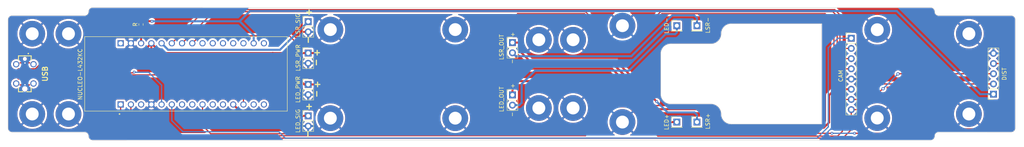
<source format=kicad_pcb>
(kicad_pcb (version 20221018) (generator pcbnew)
  (layers (0 "F.Cu" signal) (31 "B.Cu" power) (34 "B.Paste" user) (35 "F.Paste" user) (36 "B.SilkS" user "B.Silkscreen") (37 "F.SilkS" user "F.Silkscreen") (38 "B.Mask" user) (39 "F.Mask" user) (44 "Edge.Cuts" user))
  (net 0 "")
  (net 1 "Net-(U1B-NRST_CN4)")
  (net 2 "3V3")
  (net 3 "CS")
  (net 4 "MOSI")
  (net 5 "MISO")
  (net 6 "SCK")
  (net 7 "GND")
  (net 8 "+5V")
  (net 9 "SDA")
  (net 10 "SCL")
  (net 11 "DIST_INT")
  (net 12 "Net-(Laser+1-Pin_1)")
  (net 13 "Net-(Laser-1-Pin_1)")
  (net 14 "VSET_LASER")
  (net 15 "Net-(LED+1-Pin_1)")
  (net 16 "Net-(LED-1-Pin_1)")
  (net 17 "VSET_LED")
  (net 20 "D-")
  (net 25 "D+")
  (footprint "Connector_PinHeader_2.54mm:PinHeader_1x02_P2.54mm_Vertical" (layer "F.Cu") (at 96.5 89.315)
    (fp_text reference "LSR_PWR" (at -2.5 1.2 90) (layer "F.SilkS"))
    (fp_text value "Conn_01x02" hide)
    (fp_line (start -1.33 -1.33) (end 0 -1.33) (stroke (width 0.12)) (layer "F.SilkS"))
    (fp_line (start -1.33 0) (end -1.33 -1.33) (stroke (width 0.12)) (layer "F.SilkS"))
    (fp_line (start -1.33 1.27) (end -1.33 3.87) (stroke (width 0.12)) (layer "F.SilkS"))
    (fp_line (start -1.33 1.27) (end 1.33 1.27) (stroke (width 0.12)) (layer "F.SilkS"))
    (fp_line (start -1.33 3.87) (end 1.33 3.87) (stroke (width 0.12)) (layer "F.SilkS"))
    (fp_line (start 1.33 1.27) (end 1.33 3.87) (stroke (width 0.12)) (layer "F.SilkS"))
    (pad "1" thru_hole rect (at 0 0) (size 1.7 1.7) (drill 1) (layers "*.Cu" "*.Mask") (net 8 "+5V"))
    (pad "2" thru_hole oval (at 0 2.54) (size 1.7 1.7) (drill 1) (layers "*.Cu" "*.Mask") (net 7 "GND"))
  )
  (footprint "Connector_PinHeader_2.54mm:PinHeader_1x02_P2.54mm_Vertical" (layer "F.Cu") (at 96.5 97.135)
    (fp_text reference "LED_PWR" (at -2.54 1.27 90) (layer "F.SilkS"))
    (fp_text value "Conn_01x02" hide)
    (fp_line (start -1.33 -1.33) (end 0 -1.33) (stroke (width 0.12)) (layer "F.SilkS"))
    (fp_line (start -1.33 0) (end -1.33 -1.33) (stroke (width 0.12)) (layer "F.SilkS"))
    (fp_line (start -1.33 1.27) (end -1.33 3.87) (stroke (width 0.12)) (layer "F.SilkS"))
    (fp_line (start -1.33 1.27) (end 1.33 1.27) (stroke (width 0.12)) (layer "F.SilkS"))
    (fp_line (start -1.33 3.87) (end 1.33 3.87) (stroke (width 0.12)) (layer "F.SilkS"))
    (fp_line (start 1.33 1.27) (end 1.33 3.87) (stroke (width 0.12)) (layer "F.SilkS"))
    (pad "1" thru_hole rect (at 0 0) (size 1.7 1.7) (drill 1) (layers "*.Cu" "*.Mask") (net 8 "+5V"))
    (pad "2" thru_hole oval (at 0 2.54) (size 1.7 1.7) (drill 1) (layers "*.Cu" "*.Mask") (net 7 "GND"))
  )
  (footprint "MountingHole:MountingHole_3.2mm_M3_Pad" (layer "F.Cu") (at 237.75 83.5)
    (fp_text reference "H19" hide)
    (fp_text value "MountingHole_Pad" hide)
    (pad "1" thru_hole circle (at 0 0) (size 6.4 6.4) (drill 3.2) (layers "*.Cu" "*.Mask") (net 7 "GND"))
  )
  (footprint "MountingHole:MountingHole_3.2mm_M3_Pad" (layer "F.Cu") (at 37 84.5)
    (fp_text reference "H4" hide)
    (fp_text value "MountingHole_Pad" hide)
    (pad "1" thru_hole circle (at 0 0) (size 6.4 6.4) (drill 3.2) (layers "*.Cu" "*.Mask") (net 7 "GND"))
  )
  (footprint "Connector_PinHeader_2.54mm:PinHeader_1x02_P2.54mm_Vertical" (layer "F.Cu") (at 147.2 99.741666)
    (fp_text reference "LED_OUT" (at -2.7 1.075 90) (layer "F.SilkS"))
    (fp_text value "Conn_01x02" hide)
    (fp_line (start -1.33 -1.33) (end 0 -1.33) (stroke (width 0.12)) (layer "F.SilkS"))
    (fp_line (start -1.33 0) (end -1.33 -1.33) (stroke (width 0.12)) (layer "F.SilkS"))
    (fp_line (start -1.33 1.27) (end -1.33 3.87) (stroke (width 0.12)) (layer "F.SilkS"))
    (fp_line (start -1.33 1.27) (end 1.33 1.27) (stroke (width 0.12)) (layer "F.SilkS"))
    (fp_line (start -1.33 3.87) (end 1.33 3.87) (stroke (width 0.12)) (layer "F.SilkS"))
    (fp_line (start 1.33 1.27) (end 1.33 3.87) (stroke (width 0.12)) (layer "F.SilkS"))
    (pad "1" thru_hole rect (at 0 0) (size 1.7 1.7) (drill 1) (layers "*.Cu" "*.Mask") (net 15 "Net-(LED+1-Pin_1)"))
    (pad "2" thru_hole oval (at 0 2.54) (size 1.7 1.7) (drill 1) (layers "*.Cu" "*.Mask") (net 16 "Net-(LED-1-Pin_1)"))
  )
  (footprint "MountingHole:MountingHole_3.2mm_M3_Pad" (layer "F.Cu") (at 37 104.5)
    (fp_text reference "H3" hide)
    (fp_text value "MountingHole_Pad" hide)
    (pad "1" thru_hole circle (at 0 0) (size 6.4 6.4) (drill 3.2) (layers "*.Cu" "*.Mask") (net 7 "GND"))
  )
  (footprint "KiCad:2171820001" (layer "F.Cu") (at 26.165 94.5 -90)
    (fp_text reference "USB" (at 0 -5.035 90) (layer "F.SilkS") (effects (font (size 1.27 1.27) (thickness 0.254))))
    (fp_text value "USB_C_Receptacle_USB2.0" hide)
    (fp_line (start -5.1 -0.865) (end -5.1 -0.865) (stroke (width 0.2)) (layer "F.SilkS"))
    (fp_line (start -5.1 -0.865) (end -5.1 -0.865) (stroke (width 0.2)) (layer "F.SilkS"))
    (fp_line (start -5 -0.865) (end -5 -0.865) (stroke (width 0.2)) (layer "F.SilkS"))
    (fp_line (start -4.47 -1.58) (end -4.47 -1.58) (stroke (width 0.2)) (layer "F.SilkS"))
    (fp_line (start -4.47 -1.58) (end -4.47 -1.58) (stroke (width 0.2)) (layer "F.SilkS"))
    (fp_line (start -4.47 -1.58) (end -4.47 1.58) (stroke (width 0.2)) (layer "F.SilkS"))
    (fp_line (start -4.47 -1.58) (end -3.5 -1.58) (stroke (width 0.2)) (layer "F.SilkS"))
    (fp_line (start -4.47 1.58) (end -4.47 -1.58) (stroke (width 0.2)) (layer "F.SilkS"))
    (fp_line (start -4.47 1.58) (end -4.47 1.58) (stroke (width 0.2)) (layer "F.SilkS"))
    (fp_line (start -4.47 1.58) (end -4.47 1.58) (stroke (width 0.2)) (layer "F.SilkS"))
    (fp_line (start -4.47 1.58) (end -3.5 1.58) (stroke (width 0.2)) (layer "F.SilkS"))
    (fp_line (start -3.5 -1.58) (end -4.47 -1.58) (stroke (width 0.2)) (layer "F.SilkS"))
    (fp_line (start -3.5 -1.58) (end -3.5 -1.58) (stroke (width 0.2)) (layer "F.SilkS"))
    (fp_line (start -3.5 1.58) (end -4.47 1.58) (stroke (width 0.2)) (layer "F.SilkS"))
    (fp_line (start -3.5 1.58) (end -3.5 1.58) (stroke (width 0.2)) (layer "F.SilkS"))
    (fp_line (start 3.5 -1.58) (end 3.5 -1.58) (stroke (width 0.2)) (layer "F.SilkS"))
    (fp_line (start 3.5 -1.58) (end 4.47 -1.58) (stroke (width 0.2)) (layer "F.SilkS"))
    (fp_line (start 3.5 1.58) (end 3.5 1.58) (stroke (width 0.2)) (layer "F.SilkS"))
    (fp_line (start 3.5 1.58) (end 4.47 1.58) (stroke (width 0.2)) (layer "F.SilkS"))
    (fp_line (start 4.47 -1.58) (end 3.5 -1.58) (stroke (width 0.2)) (layer "F.SilkS"))
    (fp_line (start 4.47 -1.58) (end 4.47 -1.58) (stroke (width 0.2)) (layer "F.SilkS"))
    (fp_line (start 4.47 -1.58) (end 4.47 -1.58) (stroke (width 0.2)) (layer "F.SilkS"))
    (fp_line (start 4.47 -1.58) (end 4.47 -0.5) (stroke (width 0.2)) (layer "F.SilkS"))
    (fp_line (start 4.47 -0.5) (end 4.47 -1.58) (stroke (width 0.2)) (layer "F.SilkS"))
    (fp_line (start 4.47 -0.5) (end 4.47 -0.5) (stroke (width 0.2)) (layer "F.SilkS"))
    (fp_line (start 4.47 0.5) (end 4.47 0.5) (stroke (width 0.2)) (layer "F.SilkS"))
    (fp_line (start 4.47 0.5) (end 4.47 1.58) (stroke (width 0.2)) (layer "F.SilkS"))
    (fp_line (start 4.47 1.58) (end 3.5 1.58) (stroke (width 0.2)) (layer "F.SilkS"))
    (fp_line (start 4.47 1.58) (end 4.47 0.5) (stroke (width 0.2)) (layer "F.SilkS"))
    (fp_line (start 4.47 1.58) (end 4.47 1.58) (stroke (width 0.2)) (layer "F.SilkS"))
    (fp_line (start 4.47 1.58) (end 4.47 1.58) (stroke (width 0.2)) (layer "F.SilkS"))
    (fp_arc (start -5.1 -0.865) (mid -5.05 -0.915) (end -5 -0.865) (stroke (width 0.2)) (layer "F.SilkS"))
    (fp_arc (start -5 -0.865) (mid -5.05 -0.815) (end -5.1 -0.865) (stroke (width 0.2)) (layer "F.SilkS"))
    (fp_arc (start -5 -0.865) (mid -5.05 -0.815) (end -5.1 -0.865) (stroke (width 0.2)) (layer "F.SilkS"))
    (pad "" np_thru_hole circle (at -3.75 0 270) (size 0.52 0.52) (drill 0.52) (layers "*.Cu" "*.Mask"))
    (pad "" np_thru_hole circle (at 3.75 0 270) (size 0.89 0.89) (drill 0.89) (layers "*.Cu" "*.Mask"))
    (pad "A1" smd rect (at -2.75 -0.865 270) (size 0.3 0.87) (layers "F.Cu" "F.Paste" "F.Mask") (net 7 "GND"))
    (pad "A4" smd rect (at -1.25 -0.865 270) (size 0.3 0.87) (layers "F.Cu" "F.Paste" "F.Mask") (net 8 "+5V"))
    (pad "A5" smd rect (at -0.75 -0.865 270) (size 0.3 0.87) (layers "F.Cu" "F.Paste" "F.Mask"))
    (pad "A6" smd rect (at -0.25 -0.865 270) (size 0.3 0.87) (layers "F.Cu" "F.Paste" "F.Mask") (net 25 "D+"))
    (pad "A7" smd rect (at 0.25 -0.865 270) (size 0.3 0.87) (layers "F.Cu" "F.Paste" "F.Mask") (net 20 "D-"))
    (pad "A8" smd rect (at 0.75 -0.865 270) (size 0.3 0.87) (layers "F.Cu" "F.Paste" "F.Mask"))
    (pad "A9" smd rect (at 1.25 -0.865 270) (size 0.3 0.87) (layers "F.Cu" "F.Paste" "F.Mask") (net 8 "+5V"))
    (pad "A12" smd rect (at 2.75 -0.865 270) (size 0.3 0.87) (layers "F.Cu" "F.Paste" "F.Mask") (net 7 "GND"))
    (pad "B1" smd rect (at 2.75 0.865 270) (size 0.3 0.87) (layers "F.Cu" "F.Paste" "F.Mask") (net 7 "GND"))
    (pad "B4" smd rect (at 1.25 0.865 270) (size 0.3 0.87) (layers "F.Cu" "F.Paste" "F.Mask") (net 8 "+5V"))
    (pad "B5" smd rect (at 0.75 0.865 270) (size 0.3 0.87) (layers "F.Cu" "F.Paste" "F.Mask"))
    (pad "B6" smd rect (at 0.25 0.865 270) (size 0.3 0.87) (layers "F.Cu" "F.Paste" "F.Mask"))
    (pad "B7" smd rect (at -0.25 0.865 270) (size 0.3 0.87) (layers "F.Cu" "F.Paste" "F.Mask"))
    (pad "B8" smd rect (at -0.75 0.865 270) (size 0.3 0.87) (layers "F.Cu" "F.Paste" "F.Mask"))
    (pad "B9" smd rect (at -1.25 0.865 270) (size 0.3 0.87) (layers "F.Cu" "F.Paste" "F.Mask") (net 8 "+5V"))
    (pad "B12" smd rect (at -2.75 0.865 270) (size 0.3 0.87) (layers "F.Cu" "F.Paste" "F.Mask") (net 7 "GND"))
    (pad "MH2" thru_hole circle (at -2.4 2.15 270) (size 1.56 1.56) (drill 1.04) (layers "*.Cu" "*.Mask"))
    (pad "MH3" thru_hole circle (at 2.4 2.15 270) (size 1.56 1.56) (drill 1.04) (layers "*.Cu" "*.Mask"))
    (pad "MH5" thru_hole circle (at 2.4 -2.15 270) (size 1.56 1.56) (drill 1.04) (layers "*.Cu" "*.Mask"))
    (pad "MH6" thru_hole circle (at -2.4 -2.15 270) (size 1.56 1.56) (drill 1.04) (layers "*.Cu" "*.Mask"))
  )
  (footprint "MountingHole:MountingHole_3.2mm_M3_Pad" (layer "F.Cu") (at 153.75 86)
    (fp_text reference "H10" hide)
    (fp_text value "MountingHole_Pad" hide)
    (pad "1" thru_hole circle (at 0 0) (size 6.4 6.4) (drill 3.2) (layers "*.Cu" "*.Mask") (net 7 "GND"))
  )
  (footprint "MountingHole:MountingHole_3.2mm_M3_Pad" (layer "F.Cu") (at 260.5 84.5)
    (fp_text reference "H18" hide)
    (fp_text value "MountingHole_Pad" hide)
    (pad "1" thru_hole circle (at 0 0) (size 6.4 6.4) (drill 3.2) (layers "*.Cu" "*.Mask") (net 7 "GND"))
  )
  (footprint "Connector_PinHeader_2.54mm:PinHeader_1x01_P2.54mm_Vertical" (layer "F.Cu") (at 193 82.5)
    (fp_text reference "LSR-" (at 2.7 -0.1 90) (layer "F.SilkS"))
    (fp_text value "Conn_01x01" hide)
    (fp_line (start -1.33 -1.33) (end 0 -1.33) (stroke (width 0.12)) (layer "F.SilkS"))
    (fp_line (start -1.33 0) (end -1.33 -1.33) (stroke (width 0.12)) (layer "F.SilkS"))
    (fp_line (start -1.33 1.27) (end -1.33 1.33) (stroke (width 0.12)) (layer "F.SilkS"))
    (fp_line (start -1.33 1.27) (end 1.33 1.27) (stroke (width 0.12)) (layer "F.SilkS"))
    (fp_line (start -1.33 1.33) (end 1.33 1.33) (stroke (width 0.12)) (layer "F.SilkS"))
    (fp_line (start 1.33 1.27) (end 1.33 1.33) (stroke (width 0.12)) (layer "F.SilkS"))
    (pad "1" thru_hole rect (at 0 0) (size 1.7 1.7) (drill 1) (layers "*.Cu" "*.Mask") (net 13 "Net-(Laser-1-Pin_1)"))
  )
  (footprint "MountingHole:MountingHole_3.2mm_M3_Pad" (layer "F.Cu") (at 162.25 86)
    (fp_text reference "H11" hide)
    (fp_text value "MountingHole_Pad" hide)
    (pad "1" thru_hole circle (at 0 0) (size 6.4 6.4) (drill 3.2) (layers "*.Cu" "*.Mask") (net 7 "GND"))
  )
  (footprint "MountingHole:MountingHole_3.2mm_M3_Pad" (layer "F.Cu") (at 133 83.47)
    (fp_text reference "H8" hide)
    (fp_text value "MountingHole_Pad" hide)
    (pad "1" thru_hole circle (at 0 0) (size 6.4 6.4) (drill 3.2) (layers "*.Cu" "*.Mask") (net 7 "GND"))
  )
  (footprint "Connector_PinHeader_2.54mm:PinHeader_1x02_P2.54mm_Vertical" (layer "F.Cu") (at 147.2 86.708333)
    (fp_text reference "LSR_OUT" (at -2.7 1.125 90) (layer "F.SilkS"))
    (fp_text value "Conn_01x02" hide)
    (fp_line (start -1.33 -1.33) (end 0 -1.33) (stroke (width 0.12)) (layer "F.SilkS"))
    (fp_line (start -1.33 0) (end -1.33 -1.33) (stroke (width 0.12)) (layer "F.SilkS"))
    (fp_line (start -1.33 1.27) (end -1.33 3.87) (stroke (width 0.12)) (layer "F.SilkS"))
    (fp_line (start -1.33 1.27) (end 1.33 1.27) (stroke (width 0.12)) (layer "F.SilkS"))
    (fp_line (start -1.33 3.87) (end 1.33 3.87) (stroke (width 0.12)) (layer "F.SilkS"))
    (fp_line (start 1.33 1.27) (end 1.33 3.87) (stroke (width 0.12)) (layer "F.SilkS"))
    (pad "1" thru_hole rect (at 0 0) (size 1.7 1.7) (drill 1) (layers "*.Cu" "*.Mask") (net 12 "Net-(Laser+1-Pin_1)"))
    (pad "2" thru_hole oval (at 0 2.54) (size 1.7 1.7) (drill 1) (layers "*.Cu" "*.Mask") (net 13 "Net-(Laser-1-Pin_1)"))
  )
  (footprint "Connector_PinSocket_2.54mm:PinSocket_1x05_P2.54mm_Vertical" (layer "F.Cu") (at 266.6 99.55 180)
    (fp_text reference "DIST" (at -2.7 5.04 270) (layer "F.SilkS"))
    (fp_text value "Conn_01x05" hide)
    (fp_line (start -1.33 1.27) (end -1.33 11.49) (stroke (width 0.12)) (layer "F.SilkS"))
    (fp_line (start -1.33 1.27) (end 1.33 1.27) (stroke (width 0.12)) (layer "F.SilkS"))
    (fp_line (start -1.33 11.49) (end 1.33 11.49) (stroke (width 0.12)) (layer "F.SilkS"))
    (fp_line (start 0 -1.33) (end 1.33 -1.33) (stroke (width 0.12)) (layer "F.SilkS"))
    (fp_line (start 1.33 -1.33) (end 1.33 0) (stroke (width 0.12)) (layer "F.SilkS"))
    (fp_line (start 1.33 1.27) (end 1.33 11.49) (stroke (width 0.12)) (layer "F.SilkS"))
    (pad "1" thru_hole rect (at 0 0 180) (size 1.7 1.7) (drill 1) (layers "*.Cu" "*.Mask") (net 2 "3V3"))
    (pad "2" thru_hole oval (at 0 2.54 180) (size 1.7 1.7) (drill 1) (layers "*.Cu" "*.Mask") (net 9 "SDA"))
    (pad "3" thru_hole oval (at 0 5.08 180) (size 1.7 1.7) (drill 1) (layers "*.Cu" "*.Mask") (net 10 "SCL"))
    (pad "4" thru_hole oval (at 0 7.62 180) (size 1.7 1.7) (drill 1) (layers "*.Cu" "*.Mask") (net 11 "DIST_INT"))
    (pad "5" thru_hole oval (at 0 10.16 180) (size 1.7 1.7) (drill 1) (layers "*.Cu" "*.Mask") (net 7 "GND"))
  )
  (footprint "Downloads:MODULE_NUCLEO-L432KC" (layer "F.Cu") (at 66.165 94.5 90)
    (fp_text reference "NUCLEO-L432KC" (at -0.1 -26.265 90) (layer "F.SilkS"))
    (fp_text value "NUCLEO-L432KC")
    (fp_line (start -9.27 -25.145) (end 9.27 -25.145) (stroke (width 0.127)) (layer "F.SilkS"))
    (fp_line (start -9.27 25.145) (end -9.27 -25.145) (stroke (width 0.127)) (layer "F.SilkS"))
    (fp_line (start 9.27 -25.145) (end 9.27 25.145) (stroke (width 0.127)) (layer "F.SilkS"))
    (fp_line (start 9.27 25.145) (end -9.27 25.145) (stroke (width 0.127)) (layer "F.SilkS"))
    (fp_circle (center -10 -16.5) (end -9.9 -16.5) (stroke (width 0.2)) (fill none) (layer "F.SilkS"))
    (pad "CN3_1" thru_hole rect (at -7.62 -16.215 90) (size 1.53 1.53) (drill 1.02) (layers "*.Cu" "*.Mask") (net 10 "SCL"))
    (pad "CN3_2" thru_hole circle (at -7.62 -13.675 90) (size 1.53 1.53) (drill 1.02) (layers "*.Cu" "*.Mask") (net 9 "SDA"))
    (pad "CN3_3" thru_hole circle (at -7.62 -11.135 90) (size 1.53 1.53) (drill 1.02) (layers "*.Cu" "*.Mask"))
    (pad "CN3_4" thru_hole circle (at -7.62 -8.595 90) (size 1.53 1.53) (drill 1.02) (layers "*.Cu" "*.Mask") (net 7 "GND"))
    (pad "CN3_5" thru_hole circle (at -7.62 -6.055 90) (size 1.53 1.53) (drill 1.02) (layers "*.Cu" "*.Mask") (net 25 "D+"))
    (pad "CN3_6" thru_hole circle (at -7.62 -3.515 90) (size 1.53 1.53) (drill 1.02) (layers "*.Cu" "*.Mask") (net 3 "CS"))
    (pad "CN3_7" thru_hole circle (at -7.62 -0.975 90) (size 1.53 1.53) (drill 1.02) (layers "*.Cu" "*.Mask"))
    (pad "CN3_8" thru_hole circle (at -7.62 1.565 90) (size 1.53 1.53) (drill 1.02) (layers "*.Cu" "*.Mask"))
    (pad "CN3_9" thru_hole circle (at -7.62 4.105 90) (size 1.53 1.53) (drill 1.02) (layers "*.Cu" "*.Mask") (net 11 "DIST_INT"))
    (pad "CN3_10" thru_hole circle (at -7.62 6.645 90) (size 1.53 1.53) (drill 1.02) (layers "*.Cu" "*.Mask"))
    (pad "CN3_11" thru_hole circle (at -7.62 9.185 90) (size 1.53 1.53) (drill 1.02) (layers "*.Cu" "*.Mask"))
    (pad "CN3_12" thru_hole circle (at -7.62 11.725 90) (size 1.53 1.53) (drill 1.02) (layers "*.Cu" "*.Mask") (net 17 "VSET_LED"))
    (pad "CN3_13" thru_hole circle (at -7.62 14.265 90) (size 1.53 1.53) (drill 1.02) (layers "*.Cu" "*.Mask") (net 20 "D-"))
    (pad "CN3_14" thru_hole circle (at -7.62 16.805 90) (size 1.53 1.53) (drill 1.02) (layers "*.Cu" "*.Mask"))
    (pad "CN3_15" thru_hole circle (at -7.62 19.345 90) (size 1.53 1.53) (drill 1.02) (layers "*.Cu" "*.Mask"))
    (pad "CN4_1" thru_hole rect (at 7.62 -16.215 90) (size 1.53 1.53) (drill 1.02) (layers "*.Cu" "*.Mask"))
    (pad "CN4_2" thru_hole circle (at 7.62 -13.675 90) (size 1.53 1.53) (drill 1.02) (layers "*.Cu" "*.Mask") (net 7 "GND"))
    (pad "CN4_3" thru_hole circle (at 7.62 -11.135 90) (size 1.53 1.53) (drill 1.02) (layers "*.Cu" "*.Mask") (net 1 "Net-(U1B-NRST_CN4)"))
    (pad "CN4_4" thru_hole circle (at 7.62 -8.595 90) (size 1.53 1.53) (drill 1.02) (layers "*.Cu" "*.Mask") (net 8 "+5V"))
    (pad "CN4_5" thru_hole circle (at 7.62 -6.055 90) (size 1.53 1.53) (drill 1.02) (layers "*.Cu" "*.Mask") (net 14 "VSET_LASER"))
    (pad "CN4_6" thru_hole circle (at 7.62 -3.515 90) (size 1.53 1.53) (drill 1.02) (layers "*.Cu" "*.Mask") (net 4 "MOSI"))
    (pad "CN4_7" thru_hole circle (at 7.62 -0.975 90) (size 1.53 1.53) (drill 1.02) (layers "*.Cu" "*.Mask") (net 5 "MISO"))
    (pad "CN4_8" thru_hole circle (at 7.62 1.565 90) (size 1.53 1.53) (drill 1.02) (layers "*.Cu" "*.Mask") (net 6 "SCK"))
    (pad "CN4_9" thru_hole circle (at 7.62 4.105 90) (size 1.53 1.53) (drill 1.02) (layers "*.Cu" "*.Mask"))
    (pad "CN4_10" thru_hole circle (at 7.62 6.645 90) (size 1.53 1.53) (drill 1.02) (layers "*.Cu" "*.Mask"))
    (pad "CN4_11" thru_hole circle (at 7.62 9.185 90) (size 1.53 1.53) (drill 1.02) (layers "*.Cu" "*.Mask"))
    (pad "CN4_12" thru_hole circle (at 7.62 11.725 90) (size 1.53 1.53) (drill 1.02) (layers "*.Cu" "*.Mask"))
    (pad "CN4_13" thru_hole circle (at 7.62 14.265 90) (size 1.53 1.53) (drill 1.02) (layers "*.Cu" "*.Mask"))
    (pad "CN4_14" thru_hole circle (at 7.62 16.805 90) (size 1.53 1.53) (drill 1.02) (layers "*.Cu" "*.Mask") (net 2 "3V3"))
    (pad "CN4_15" thru_hole circle (at 7.62 19.345 90) (size 1.53 1.53) (drill 1.02) (layers "*.Cu" "*.Mask"))
  )
  (footprint "MountingHole:MountingHole_3.2mm_M3_Pad" (layer "F.Cu") (at 28 104.5)
    (fp_text reference "H1" hide)
    (fp_text value "MountingHole_Pad" hide)
    (pad "1" thru_hole circle (at 0 0) (size 6.4 6.4) (drill 3.2) (layers "*.Cu" "*.Mask") (net 7 "GND"))
  )
  (footprint "MountingHole:MountingHole_3.2mm_M3_Pad" (layer "F.Cu") (at 260.5 104.5)
    (fp_text reference "H17" hide)
    (fp_text value "MountingHole_Pad" hide)
    (pad "1" thru_hole circle (at 0 0) (size 6.4 6.4) (drill 3.2) (layers "*.Cu" "*.Mask") (net 7 "GND"))
  )
  (footprint "MountingHole:MountingHole_3.2mm_M3_Pad" (layer "F.Cu") (at 174.5 82.5)
    (fp_text reference "H14" hide)
    (fp_text value "MountingHole_Pad" hide)
    (pad "1" thru_hole circle (at 0 0) (size 6.4 6.4) (drill 3.2) (layers "*.Cu" "*.Mask") (net 7 "GND"))
  )
  (footprint "MountingHole:MountingHole_3.2mm_M3_Pad" (layer "F.Cu") (at 162.25 103)
    (fp_text reference "H12" hide)
    (fp_text value "MountingHole_Pad" hide)
    (pad "1" thru_hole circle (at 0 0) (size 6.4 6.4) (drill 3.2) (layers "*.Cu" "*.Mask") (net 7 "GND"))
  )
  (footprint "MountingHole:MountingHole_3.2mm_M3_Pad" (layer "F.Cu") (at 153.75 103)
    (fp_text reference "H9" hide)
    (fp_text value "MountingHole_Pad" hide)
    (pad "1" thru_hole circle (at 0 0) (size 6.4 6.4) (drill 3.2) (layers "*.Cu" "*.Mask") (net 7 "GND"))
  )
  (footprint "MountingHole:MountingHole_3.2mm_M3_Pad" (layer "F.Cu") (at 133 105.53)
    (fp_text reference "H7" hide)
    (fp_text value "MountingHole_Pad" hide)
    (pad "1" thru_hole circle (at 0 0) (size 6.4 6.4) (drill 3.2) (layers "*.Cu" "*.Mask") (net 7 "GND"))
  )
  (footprint "MountingHole:MountingHole_3.2mm_M3_Pad" (layer "F.Cu") (at 28 84.5)
    (fp_text reference "H2" hide)
    (fp_text value "MountingHole_Pad" hide)
    (pad "1" thru_hole circle (at 0 0) (size 6.4 6.4) (drill 3.2) (layers "*.Cu" "*.Mask") (net 7 "GND"))
  )
  (footprint "MountingHole:MountingHole_3.2mm_M3_Pad" (layer "F.Cu") (at 102 83.47)
    (fp_text reference "H6" hide)
    (fp_text value "MountingHole_Pad" hide)
    (pad "1" thru_hole circle (at 0 0) (size 6.4 6.4) (drill 3.2) (layers "*.Cu" "*.Mask") (net 7 "GND"))
  )
  (footprint "Connector_PinHeader_2.54mm:PinHeader_1x01_P2.54mm_Vertical" (layer "F.Cu") (at 188 82.5)
    (fp_text reference "LED-" (at -2.54 0 90) (layer "F.SilkS"))
    (fp_text value "Conn_01x01" hide)
    (fp_line (start -1.33 -1.33) (end 0 -1.33) (stroke (width 0.12)) (layer "F.SilkS"))
    (fp_line (start -1.33 0) (end -1.33 -1.33) (stroke (width 0.12)) (layer "F.SilkS"))
    (fp_line (start -1.33 1.27) (end -1.33 1.33) (stroke (width 0.12)) (layer "F.SilkS"))
    (fp_line (start -1.33 1.27) (end 1.33 1.27) (stroke (width 0.12)) (layer "F.SilkS"))
    (fp_line (start -1.33 1.33) (end 1.33 1.33) (stroke (width 0.12)) (layer "F.SilkS"))
    (fp_line (start 1.33 1.27) (end 1.33 1.33) (stroke (width 0.12)) (layer "F.SilkS"))
    (pad "1" thru_hole rect (at 0 0) (size 1.7 1.7) (drill 1) (layers "*.Cu" "*.Mask") (net 16 "Net-(LED-1-Pin_1)"))
  )
  (footprint "MountingHole:MountingHole_3.2mm_M3_Pad" (layer "F.Cu") (at 102 105.53)
    (fp_text reference "H5" hide)
    (fp_text value "MountingHole_Pad" hide)
    (pad "1" thru_hole circle (at 0 0) (size 6.4 6.4) (drill 3.2) (layers "*.Cu" "*.Mask") (net 7 "GND"))
  )
  (footprint "Connector_PinHeader_2.54mm:PinHeader_1x01_P2.54mm_Vertical" (layer "F.Cu") (at 193 106.5)
    (fp_text reference "LSR+" (at 2.7 -0.2 90) (layer "F.SilkS"))
    (fp_text value "Conn_01x01" hide)
    (fp_line (start -1.33 -1.33) (end 0 -1.33) (stroke (width 0.12)) (layer "F.SilkS"))
    (fp_line (start -1.33 0) (end -1.33 -1.33) (stroke (width 0.12)) (layer "F.SilkS"))
    (fp_line (start -1.33 1.27) (end -1.33 1.33) (stroke (width 0.12)) (layer "F.SilkS"))
    (fp_line (start -1.33 1.27) (end 1.33 1.27) (stroke (width 0.12)) (layer "F.SilkS"))
    (fp_line (start -1.33 1.33) (end 1.33 1.33) (stroke (width 0.12)) (layer "F.SilkS"))
    (fp_line (start 1.33 1.27) (end 1.33 1.33) (stroke (width 0.12)) (layer "F.SilkS"))
    (pad "1" thru_hole rect (at 0 0) (size 1.7 1.7) (drill 1) (layers "*.Cu" "*.Mask") (net 12 "Net-(Laser+1-Pin_1)"))
  )
  (footprint "Resistor_SMD:R_0603_1608Metric" (layer "F.Cu") (at 55 82.2 90)
    (fp_text reference "R" (at 0 -1.43 90) (layer "F.SilkS"))
    (fp_text value "R" hide)
    (fp_line (start -0.237258 -0.5225) (end 0.237258 -0.5225) (stroke (width 0.12)) (layer "F.SilkS"))
    (fp_line (start -0.237258 0.5225) (end 0.237258 0.5225) (stroke (width 0.12)) (layer "F.SilkS"))
    (pad "1" smd roundrect (at -0.825 0 90) (size 0.8 0.95) (layers "F.Cu" "F.Paste" "F.Mask") (net 1 "Net-(U1B-NRST_CN4)"))
    (pad "2" smd roundrect (at 0.825 0 90) (size 0.8 0.95) (layers "F.Cu" "F.Paste" "F.Mask") (net 2 "3V3"))
  )
  (footprint "Connector_PinHeader_2.54mm:PinHeader_1x02_P2.54mm_Vertical" (layer "F.Cu") (at 96.5 104.955)
    (fp_text reference "LED_SIG" (at -2.54 1.27 90) (layer "F.SilkS"))
    (fp_text value "Conn_01x02" hide)
    (fp_line (start -1.33 -1.33) (end 0 -1.33) (stroke (width 0.12)) (layer "F.SilkS"))
    (fp_line (start -1.33 0) (end -1.33 -1.33) (stroke (width 0.12)) (layer "F.SilkS"))
    (fp_line (start -1.33 1.27) (end -1.33 3.87) (stroke (width 0.12)) (layer "F.SilkS"))
    (fp_line (start -1.33 1.27) (end 1.33 1.27) (stroke (width 0.12)) (layer "F.SilkS"))
    (fp_line (start -1.33 3.87) (end 1.33 3.87) (stroke (width 0.12)) (layer "F.SilkS"))
    (fp_line (start 1.33 1.27) (end 1.33 3.87) (stroke (width 0.12)) (layer "F.SilkS"))
    (pad "1" thru_hole rect (at 0 0) (size 1.7 1.7) (drill 1) (layers "*.Cu" "*.Mask") (net 17 "VSET_LED"))
    (pad "2" thru_hole oval (at 0 2.54) (size 1.7 1.7) (drill 1) (layers "*.Cu" "*.Mask") (net 7 "GND"))
  )
  (footprint "Connector_PinHeader_2.54mm:PinHeader_1x01_P2.54mm_Vertical" (layer "F.Cu") (at 188 106.5)
    (fp_text reference "LED+" (at -2.54 0 90) (layer "F.SilkS"))
    (fp_text value "Conn_01x01" hide)
    (fp_line (start -1.33 -1.33) (end 0 -1.33) (stroke (width 0.12)) (layer "F.SilkS"))
    (fp_line (start -1.33 0) (end -1.33 -1.33) (stroke (width 0.12)) (layer "F.SilkS"))
    (fp_line (start -1.33 1.27) (end -1.33 1.33) (stroke (width 0.12)) (layer "F.SilkS"))
    (fp_line (start -1.33 1.27) (end 1.33 1.27) (stroke (width 0.12)) (layer "F.SilkS"))
    (fp_line (start -1.33 1.33) (end 1.33 1.33) (stroke (width 0.12)) (layer "F.SilkS"))
    (fp_line (start 1.33 1.27) (end 1.33 1.33) (stroke (width 0.12)) (layer "F.SilkS"))
    (pad "1" thru_hole rect (at 0 0) (size 1.7 1.7) (drill 1) (layers "*.Cu" "*.Mask") (net 15 "Net-(LED+1-Pin_1)"))
  )
  (footprint "Connector_PinHeader_2.54mm:PinHeader_1x02_P2.54mm_Vertical" (layer "F.Cu") (at 96.5 81.495)
    (fp_text reference "LSR_SIG" (at -2.54 0.94 90) (layer "F.SilkS"))
    (fp_text value "Conn_01x02" hide)
    (fp_line (start -1.33 -1.33) (end 0 -1.33) (stroke (width 0.12)) (layer "F.SilkS"))
    (fp_line (start -1.33 0) (end -1.33 -1.33) (stroke (width 0.12)) (layer "F.SilkS"))
    (fp_line (start -1.33 1.27) (end -1.33 3.87) (stroke (width 0.12)) (layer "F.SilkS"))
    (fp_line (start -1.33 1.27) (end 1.33 1.27) (stroke (width 0.12)) (layer "F.SilkS"))
    (fp_line (start -1.33 3.87) (end 1.33 3.87) (stroke (width 0.12)) (layer "F.SilkS"))
    (fp_line (start 1.33 1.27) (end 1.33 3.87) (stroke (width 0.12)) (layer "F.SilkS"))
    (pad "1" thru_hole rect (at 0 0) (size 1.7 1.7) (drill 1) (layers "*.Cu" "*.Mask") (net 14 "VSET_LASER"))
    (pad "2" thru_hole oval (at 0 2.54) (size 1.7 1.7) (drill 1) (layers "*.Cu" "*.Mask") (net 7 "GND"))
  )
  (footprint "Connector_PinHeader_2.54mm:PinHeader_1x08_P2.54mm_Vertical" (layer "F.Cu") (at 231.3 85.625)
    (fp_text reference "CAM" (at -2.6 9.375 90) (layer "F.SilkS"))
    (fp_text value "Conn_01x08" hide)
    (fp_line (start -1.33 -1.33) (end 0 -1.33) (stroke (width 0.12)) (layer "F.SilkS"))
    (fp_line (start -1.33 0) (end -1.33 -1.33) (stroke (width 0.12)) (layer "F.SilkS"))
    (fp_line (start -1.33 1.27) (end -1.33 19.11) (stroke (width 0.12)) (layer "F.SilkS"))
    (fp_line (start -1.33 1.27) (end 1.33 1.27) (stroke (width 0.12)) (layer "F.SilkS"))
    (fp_line (start -1.33 19.11) (end 1.33 19.11) (stroke (width 0.12)) (layer "F.SilkS"))
    (fp_line (start 1.33 1.27) (end 1.33 19.11) (stroke (width 0.12)) (layer "F.SilkS"))
    (pad "1" thru_hole rect (at 0 0) (size 1.7 1.7) (drill 1) (layers "*.Cu" "*.Mask") (net 3 "CS"))
    (pad "2" thru_hole oval (at 0 2.54) (size 1.7 1.7) (drill 1) (layers "*.Cu" "*.Mask") (net 4 "MOSI"))
    (pad "3" thru_hole oval (at 0 5.08) (size 1.7 1.7) (drill 1) (layers "*.Cu" "*.Mask") (net 5 "MISO"))
    (pad "4" thru_hole oval (at 0 7.62) (size 1.7 1.7) (drill 1) (layers "*.Cu" "*.Mask") (net 6 "SCK"))
    (pad "5" thru_hole oval (at 0 10.16) (size 1.7 1.7) (drill 1) (layers "*.Cu" "*.Mask") (net 7 "GND"))
    (pad "6" thru_hole oval (at 0 12.7) (size 1.7 1.7) (drill 1) (layers "*.Cu" "*.Mask") (net 8 "+5V"))
    (pad "7" thru_hole oval (at 0 15.24) (size 1.7 1.7) (drill 1) (layers "*.Cu" "*.Mask") (net 9 "SDA"))
    (pad "8" thru_hole oval (at 0 17.78) (size 1.7 1.7) (drill 1) (layers "*.Cu" "*.Mask") (net 10 "SCL"))
  )
  (footprint "MountingHole:MountingHole_3.2mm_M3_Pad" (layer "F.Cu") (at 237.75 105.5)
    (fp_text reference "H20" hide)
    (fp_text value "MountingHole_Pad" hide)
    (pad "1" thru_hole circle (at 0 0) (size 6.4 6.4) (drill 3.2) (layers "*.Cu" "*.Mask") (net 7 "GND"))
  )
  (footprint "MountingHole:MountingHole_3.2mm_M3_Pad" (layer "F.Cu") (at 174.5 106.5)
    (fp_text reference "H13" hide)
    (fp_text value "MountingHole_Pad" hide)
    (pad "1" thru_hole circle (at 0 0) (size 6.4 6.4) (drill 3.2) (layers "*.Cu" "*.Mask") (net 7 "GND"))
  )
  (gr_line (start 196.5 102) (end 186.5 102) (stroke (width 0.1)) (layer "Edge.Cuts"))
  (gr_arc (start 186.5 102) (mid 184.732233 101.267767) (end 184 99.5) (stroke (width 0.1)) (layer "Edge.Cuts"))
  (gr_arc (start 251 78) (mid 251.707107 78.292893) (end 252 79) (stroke (width 0.1)) (layer "Edge.Cuts"))
  (gr_arc (start 252 110) (mid 252.292893 109.292893) (end 253 109) (stroke (width 0.1)) (layer "Edge.Cuts"))
  (gr_arc (start 43 111) (mid 42.292893 110.707107) (end 42 110) (stroke (width 0.1)) (layer "Edge.Cuts"))
  (gr_line (start 22 81) (end 22 108) (stroke (width 0.1)) (layer "Edge.Cuts"))
  (gr_line (start 253 109) (end 271 109) (stroke (width 0.1)) (layer "Edge.Cuts"))
  (gr_line (start 224 107) (end 224 82) (stroke (width 0.1)) (layer "Edge.Cuts"))
  (gr_arc (start 272 108) (mid 271.707107 108.707107) (end 271 109) (stroke (width 0.1)) (layer "Edge.Cuts"))
  (gr_arc (start 252 110) (mid 251.707107 110.707107) (end 251 111) (stroke (width 0.1)) (layer "Edge.Cuts"))
  (gr_arc (start 22 81) (mid 22.292893 80.292893) (end 23 80) (stroke (width 0.1)) (layer "Edge.Cuts"))
  (gr_arc (start 199 84.5) (mid 199.732233 82.732233) (end 201.5 82) (stroke (width 0.1)) (layer "Edge.Cuts"))
  (gr_arc (start 253 80) (mid 252.292893 79.707107) (end 252 79) (stroke (width 0.1)) (layer "Edge.Cuts"))
  (gr_arc (start 199 84.5) (mid 198.267767 86.267767) (end 196.5 87) (stroke (width 0.1)) (layer "Edge.Cuts"))
  (gr_line (start 272 108) (end 272 81) (stroke (width 0.1)) (layer "Edge.Cuts"))
  (gr_line (start 184 89.5) (end 184 99.5) (stroke (width 0.1)) (layer "Edge.Cuts"))
  (gr_line (start 251 78) (end 43 78) (stroke (width 0.1)) (layer "Edge.Cuts"))
  (gr_line (start 43 111) (end 251 111) (stroke (width 0.1)) (layer "Edge.Cuts"))
  (gr_arc (start 41 109) (mid 41.707107 109.292893) (end 42 110) (stroke (width 0.1)) (layer "Edge.Cuts"))
  (gr_line (start 271 80) (end 253 80) (stroke (width 0.1)) (layer "Edge.Cuts"))
  (gr_line (start 224 82) (end 201.5 82) (stroke (width 0.1)) (layer "Edge.Cuts"))
  (gr_arc (start 271 80) (mid 271.707107 80.292893) (end 272 81) (stroke (width 0.1)) (layer "Edge.Cuts"))
  (gr_arc (start 184 89.5) (mid 184.732233 87.732233) (end 186.5 87) (stroke (width 0.1)) (layer "Edge.Cuts"))
  (gr_line (start 196.5 87) (end 186.5 87) (stroke (width 0.1)) (layer "Edge.Cuts"))
  (gr_line (start 41 80) (end 23 80) (stroke (width 0.1)) (layer "Edge.Cuts"))
  (gr_arc (start 23 109) (mid 22.292893 108.707107) (end 22 108) (stroke (width 0.1)) (layer "Edge.Cuts"))
  (gr_arc (start 201.5 107) (mid 199.732233 106.267767) (end 199 104.5) (stroke (width 0.1)) (layer "Edge.Cuts"))
  (gr_line (start 23 109) (end 41 109) (stroke (width 0.1)) (layer "Edge.Cuts"))
  (gr_arc (start 42 79) (mid 41.707107 79.707107) (end 41 80) (stroke (width 0.1)) (layer "Edge.Cuts"))
  (gr_arc (start 196.5 102) (mid 198.267767 102.732233) (end 199 104.5) (stroke (width 0.1)) (layer "Edge.Cuts"))
  (gr_line (start 224 107) (end 201.5 107) (stroke (width 0.1)) (layer "Edge.Cuts"))
  (gr_arc (start 42 79) (mid 42.292893 78.292893) (end 43 78) (stroke (width 0.1)) (layer "Edge.Cuts"))
  (gr_text "-" (at 147.7 92.1 90) (layer "F.SilkS") (effects (font (size 1 1)) (justify left bottom)))
  (gr_text "+" (at 95.6 79.9) (layer "F.SilkS") (effects (font (size 1.5 1.5) (thickness 0.3) bold) (justify left bottom)))
  (gr_text "-" (at 97.2 110.6 90) (layer "F.SilkS") (effects (font (size 1.5 1.5) (thickness 0.3) bold) (justify left bottom)))
  (gr_text "+" (at 97.6 90) (layer "F.SilkS") (effects (font (size 1.5 1.5) (thickness 0.3) bold) (justify left bottom)))
  (gr_text "-" (at 99.3 92.8 90) (layer "F.SilkS") (effects (font (size 1.5 1.5) (thickness 0.3) bold) (justify left bottom)))
  (gr_text "-" (at 147.7 105.3 90) (layer "F.SilkS") (effects (font (size 1 1)) (justify left bottom)))
  (gr_text "-" (at 97.3 87.2 90) (layer "F.SilkS") (effects (font (size 1.5 1.5) (thickness 0.3) bold) (justify left bottom)))
  (gr_text "+" (at 97.7 97.9) (layer "F.SilkS") (effects (font (size 1.5 1.5) (thickness 0.3) bold) (justify left bottom)))
  (gr_text "-" (at 99.4 100.6 90) (layer "F.SilkS") (effects (font (size 1.5 1.5) (thickness 0.3) bold) (justify left bottom)))
  (gr_text "+" (at 146.6 98) (layer "F.SilkS") (effects (font (size 1 1)) (justify left bottom)))
  (gr_text "+" (at 146.6 85.2) (layer "F.SilkS") (effects (font (size 1 1)) (justify left bottom)))
  (gr_text "+" (at 95.6 103.4) (layer "F.SilkS") (effects (font (size 1.5 1.5) (thickness 0.3) bold) (justify left bottom)))
  (segment (start 55.03 86.88) (end 55.03 83.055) (width 0.5) (layer "F.Cu") (net 1))
  (segment (start 55.03 83.055) (end 55 83.025) (width 0.5) (layer "F.Cu") (net 1))
  (segment (start 82.9 86.81) (end 82.97 86.88) (width 0.5) (layer "F.Cu") (net 2))
  (segment (start 57.675 81.375) (end 57.7 81.4) (width 0.5) (layer "F.Cu") (net 2))
  (segment (start 55 81.375) (end 57.675 81.375) (width 0.5) (layer "F.Cu") (net 2))
  (via (at 57.7 81.4) (size 0.7) (drill 0.3) (layers "F.Cu" "B.Cu") (net 2))
  (segment (start 263.3 99.55) (end 242.6 78.85) (width 0.5) (layer "B.Cu") (net 2))
  (segment (start 79.5 81.4) (end 82.05 78.85) (width 0.5) (layer "B.Cu") (net 2))
  (segment (start 82.05 78.85) (end 242.2 78.85) (width 0.5) (layer "B.Cu") (net 2))
  (segment (start 266.6 99.55) (end 263.3 99.55) (width 0.5) (layer "B.Cu") (net 2))
  (segment (start 57.7 81.4) (end 79.5 81.4) (width 0.5) (layer "B.Cu") (net 2))
  (segment (start 82.97 84.87) (end 79.5 81.4) (width 0.5) (layer "B.Cu") (net 2))
  (segment (start 242.6 78.85) (end 242.2 78.85) (width 0.5) (layer "B.Cu") (net 2))
  (segment (start 82.97 86.88) (end 82.97 84.87) (width 0.5) (layer "B.Cu") (net 2))
  (segment (start 231.3 85.625) (end 227.975 85.625) (width 0.3) (layer "B.Cu") (net 3))
  (segment (start 227.975 85.625) (end 225.6 88) (width 0.3) (layer "B.Cu") (net 3))
  (segment (start 225.6 107.7) (end 222.8 110.5) (width 0.3) (layer "B.Cu") (net 3))
  (segment (start 90.8 110.5) (end 222.8 110.5) (width 0.3) (layer "B.Cu") (net 3))
  (segment (start 65.4 108.9) (end 89.2 108.9) (width 0.3) (layer "B.Cu") (net 3))
  (segment (start 62.65 106.15) (end 65.4 108.9) (width 0.3) (layer "B.Cu") (net 3))
  (segment (start 62.65 102.12) (end 62.65 106.15) (width 0.3) (layer "B.Cu") (net 3))
  (segment (start 89.2 108.9) (end 90.8 110.5) (width 0.3) (layer "B.Cu") (net 3))
  (segment (start 225.6 88) (end 225.6 107.7) (width 0.3) (layer "B.Cu") (net 3))
  (segment (start 231.3 88.165) (end 229.565 88.165) (width 0.3) (layer "F.Cu") (net 4))
  (segment (start 63.765 85.735) (end 63.765 85.765) (width 0.3) (layer "F.Cu") (net 4))
  (segment (start 228.5 87.1) (end 228.5 79.8) (width 0.3) (layer "F.Cu") (net 4))
  (segment (start 227.2 78.5) (end 71 78.5) (width 0.3) (layer "F.Cu") (net 4))
  (segment (start 63.765 85.765) (end 62.65 86.88) (width 0.3) (layer "F.Cu") (net 4))
  (segment (start 71 78.5) (end 63.765 85.735) (width 0.3) (layer "F.Cu") (net 4))
  (segment (start 229.565 88.165) (end 228.5 87.1) (width 0.3) (layer "F.Cu") (net 4))
  (segment (start 228.5 79.8) (end 227.2 78.5) (width 0.3) (layer "F.Cu") (net 4))
  (segment (start 65.19 86.88) (end 73.07 79) (width 0.3) (layer "F.Cu") (net 5))
  (segment (start 227.8 88.9) (end 229.605 90.705) (width 0.3) (layer "F.Cu") (net 5))
  (segment (start 226.7 79) (end 227.8 80.1) (width 0.3) (layer "F.Cu") (net 5))
  (segment (start 227.8 80.1) (end 227.8 88.9) (width 0.3) (layer "F.Cu") (net 5))
  (segment (start 229.605 90.705) (end 231.3 90.705) (width 0.3) (layer "F.Cu") (net 5))
  (segment (start 172.8 86.5) (end 176.5 86.5) (width 0.3) (layer "F.Cu") (net 5))
  (segment (start 176.5 86.5) (end 184 79) (width 0.3) (layer "F.Cu") (net 5))
  (segment (start 184 79) (end 226.7 79) (width 0.3) (layer "F.Cu") (net 5))
  (segment (start 165.3 79) (end 172.8 86.5) (width 0.3) (layer "F.Cu") (net 5))
  (segment (start 73.07 79) (end 165.3 79) (width 0.3) (layer "F.Cu") (net 5))
  (segment (start 91.8 85) (end 94.3 87.5) (width 0.3) (layer "F.Cu") (net 6))
  (segment (start 227 81.7) (end 227 91.1) (width 0.3) (layer "F.Cu") (net 6))
  (segment (start 165.092894 79.5) (end 172.592894 87) (width 0.3) (layer "F.Cu") (net 6))
  (segment (start 227 91.1) (end 229.145 93.245) (width 0.3) (layer "F.Cu") (net 6))
  (segment (start 69.61 85) (end 91.8 85) (width 0.3) (layer "F.Cu") (net 6))
  (segment (start 224.8 79.5) (end 227 81.7) (width 0.3) (layer "F.Cu") (net 6))
  (segment (start 67.73 86.88) (end 69.61 85) (width 0.3) (layer "F.Cu") (net 6))
  (segment (start 229.145 93.245) (end 231.3 93.245) (width 0.3) (layer "F.Cu") (net 6))
  (segment (start 140.5 87.5) (end 148.5 79.5) (width 0.3) (layer "F.Cu") (net 6))
  (segment (start 148.5 79.5) (end 165.092894 79.5) (width 0.3) (layer "F.Cu") (net 6))
  (segment (start 94.3 87.5) (end 140.5 87.5) (width 0.3) (layer "F.Cu") (net 6))
  (segment (start 172.592894 87) (end 176.8 87) (width 0.3) (layer "F.Cu") (net 6))
  (segment (start 184.3 79.5) (end 224.8 79.5) (width 0.3) (layer "F.Cu") (net 6))
  (segment (start 176.8 87) (end 184.3 79.5) (width 0.3) (layer "F.Cu") (net 6))
  (segment (start 25.3 97.25) (end 26.15 97.25) (width 0.3) (layer "F.Cu") (net 7))
  (segment (start 26.25 97.25) (end 26.2 97.2) (width 0.3) (layer "F.Cu") (net 7))
  (segment (start 27.03 91.75) (end 26.25 91.75) (width 0.3) (layer "F.Cu") (net 7))
  (segment (start 26.15 97.25) (end 26.2 97.2) (width 0.3) (layer "F.Cu") (net 7))
  (segment (start 26.25 91.75) (end 26.2 91.8) (width 0.3) (layer "F.Cu") (net 7))
  (segment (start 25.3 91.75) (end 26.15 91.75) (width 0.3) (layer "F.Cu") (net 7))
  (segment (start 27.03 97.25) (end 26.25 97.25) (width 0.3) (layer "F.Cu") (net 7))
  (segment (start 26.15 91.75) (end 26.2 91.8) (width 0.3) (layer "F.Cu") (net 7))
  (via (at 26.2 91.8) (size 0.7) (drill 0.3) (layers "F.Cu" "B.Cu") (net 7))
  (via (at 26.2 97.2) (size 0.7) (drill 0.3) (layers "F.Cu" "B.Cu") (net 7))
  (via (at 26.2 91.8) (size 0.7) (drill 0.3) (layers "F.Cu" "B.Cu") (net 7))
  (via (at 26.2 97.2) (size 0.7) (drill 0.3) (layers "F.Cu" "B.Cu") (net 7))
  (segment (start 225.8 99.8) (end 225.8 106.6) (width 0.5) (layer "F.Cu") (net 8))
  (segment (start 57.57 89.285) (end 57.57 86.88) (width 0.5) (layer "F.Cu") (net 8))
  (segment (start 54.7 89.315) (end 55.135 89.315) (width 0.5) (layer "F.Cu") (net 8))
  (segment (start 199.3 107.9) (end 194.7 103.3) (width 0.5) (layer "F.Cu") (net 8))
  (segment (start 182 103.3) (end 171.9 93.2) (width 0.5) (layer "F.Cu") (net 8))
  (segment (start 225.8 106.6) (end 224.5 107.9) (width 0.5) (layer "F.Cu") (net 8))
  (segment (start 100.865 97.135) (end 104.8 93.2) (width 0.5) (layer "F.Cu") (net 8))
  (segment (start 231.3 98.325) (end 227.275 98.325) (width 0.5) (layer "F.Cu") (net 8))
  (segment (start 25.3 95.75) (end 26.1 95.75) (width 0.3) (layer "F.Cu") (net 8))
  (segment (start 95.52 97.135) (end 87.7 89.315) (width 0.5) (layer "F.Cu") (net 8))
  (segment (start 54.7 89.315) (end 32.839483 89.315) (width 0.5) (layer "F.Cu") (net 8))
  (segment (start 26.1 95.75) (end 27.03 95.75) (width 0.3) (layer "F.Cu") (net 8))
  (segment (start 57.6 89.315) (end 54.7 89.315) (width 0.5) (layer "F.Cu") (net 8))
  (segment (start 60.4 89.315) (end 57.6 89.315) (width 0.5) (layer "F.Cu") (net 8))
  (segment (start 96.5 97.135) (end 95.52 97.135) (width 0.5) (layer "F.Cu") (net 8))
  (segment (start 96.5 97.135) (end 100.865 97.135) (width 0.5) (layer "F.Cu") (net 8))
  (segment (start 24.565 93.25) (end 24.515 93.3) (width 0.3) (layer "F.Cu") (net 8))
  (segment (start 96.5 89.315) (end 87.7 89.315) (width 0.5) (layer "F.Cu") (net 8))
  (segment (start 87.7 89.315) (end 60.4 89.315) (width 0.5) (layer "F.Cu") (net 8))
  (segment (start 25.3 93.25) (end 26.2 93.25) (width 0.3) (layer "F.Cu") (net 8))
  (segment (start 104.8 93.2) (end 100.915 89.315) (width 0.5) (layer "F.Cu") (net 8))
  (segment (start 24.515 95.75) (end 25 95.75) (width 0.3) (layer "F.Cu") (net 8))
  (segment (start 25.3 93.25) (end 24.565 93.25) (width 0.3) (layer "F.Cu") (net 8))
  (segment (start 100.915 89.315) (end 96.5 89.315) (width 0.5) (layer "F.Cu") (net 8))
  (segment (start 28.824483 93.33) (end 28.12 93.33) (width 0.5) (layer "F.Cu") (net 8))
  (segment (start 171.9 93.2) (end 104.8 93.2) (width 0.5) (layer "F.Cu") (net 8))
  (segment (start 26.2 93.25) (end 26.2 95.65) (width 0.3) (layer "F.Cu") (net 8))
  (segment (start 60.005 89.315) (end 60.4 89.315) (width 0.5) (layer "F.Cu") (net 8))
  (segment (start 57.6 89.315) (end 57.57 89.285) (width 0.5) (layer "F.Cu") (net 8))
  (segment (start 24.515 93.3) (end 24.515 95.75) (width 0.3) (layer "F.Cu") (net 8))
  (segment (start 57.57 86.88) (end 60.005 89.315) (width 0.5) (layer "F.Cu") (net 8))
  (segment (start 32.839483 89.315) (end 28.824483 93.33) (width 0.5) (layer "F.Cu") (net 8))
  (segment (start 55.135 89.315) (end 57.57 86.88) (width 0.5) (layer "F.Cu") (net 8))
  (segment (start 227.275 98.325) (end 225.8 99.8) (width 0.5) (layer "F.Cu") (net 8))
  (segment (start 26.2 93.25) (end 27.03 93.25) (width 0.3) (layer "F.Cu") (net 8))
  (segment (start 224.5 107.9) (end 224 107.9) (width 0.5) (layer "F.Cu") (net 8))
  (segment (start 28.12 93.25) (end 27.03 93.25) (width 0.3) (layer "F.Cu") (net 8))
  (segment (start 194.7 103.3) (end 182 103.3) (width 0.5) (layer "F.Cu") (net 8))
  (segment (start 26.2 95.65) (end 26.1 95.75) (width 0.3) (layer "F.Cu") (net 8))
  (segment (start 224 107.9) (end 199.3 107.9) (width 0.5) (layer "F.Cu") (net 8))
  (segment (start 227.9 110) (end 183.3 110) (width 0.3) (layer "F.Cu") (net 9))
  (segment (start 54.7 109.9) (end 52.49 107.69) (width 0.3) (layer "F.Cu") (net 9))
  (segment (start 229.635 100.865) (end 229.1 101.4) (width 0.3) (layer "F.Cu") (net 9))
  (segment (start 229.1 101.4) (end 229.1 108.8) (width 0.3) (layer "F.Cu") (net 9))
  (segment (start 238.61 97.01) (end 266.6 97.01) (width 0.3) (layer "F.Cu") (net 9))
  (segment (start 183.3 110) (end 176 102.7) (width 0.3) (layer "F.Cu") (net 9))
  (segment (start 234.755 100.865) (end 238.61 97.01) (width 0.3) (layer "F.Cu") (net 9))
  (segment (start 172.5 102.7) (end 165.3 109.9) (width 0.3) (layer "F.Cu") (net 9))
  (segment (start 165.3 109.9) (end 54.7 109.9) (width 0.3) (layer "F.Cu") (net 9))
  (segment (start 176 102.7) (end 172.5 102.7) (width 0.3) (layer "F.Cu") (net 9))
  (segment (start 231.3 100.865) (end 234.755 100.865) (width 0.3) (layer "F.Cu") (net 9))
  (segment (start 229.1 108.8) (end 227.9 110) (width 0.3) (layer "F.Cu") (net 9))
  (segment (start 231.3 100.865) (end 229.635 100.865) (width 0.3) (layer "F.Cu") (net 9))
  (segment (start 52.49 107.69) (end 52.49 102.12) (width 0.3) (layer "F.Cu") (net 9))
  (segment (start 229.2 110.5) (end 231.3 108.4) (width 0.3) (layer "F.Cu") (net 10))
  (segment (start 49.95 102.12) (end 49.95 102.65) (width 0.3) (layer "F.Cu") (net 10))
  (segment (start 49.95 102.12) (end 49.95 108.35) (width 0.3) (layer "F.Cu") (net 10))
  (segment (start 52.1 110.5) (end 58.6 110.5) (width 0.3) (layer "F.Cu") (net 10))
  (segment (start 233.895 103.405) (end 236.8 100.5) (width 0.3) (layer "F.Cu") (net 10))
  (segment (start 239.1 98.2) (end 239.2 98.2) (width 0.3) (layer "F.Cu") (net 10))
  (segment (start 236.8 100.5) (end 239.1 98.2) (width 0.3) (layer "F.Cu") (net 10))
  (segment (start 242.93 94.47) (end 266.6 94.47) (width 0.3) (layer "F.Cu") (net 10))
  (segment (start 231.3 108.4) (end 231.3 103.405) (width 0.3) (layer "F.Cu") (net 10))
  (segment (start 57.8 110.5) (end 229.2 110.5) (width 0.3) (layer "F.Cu") (net 10))
  (segment (start 242.9 94.5) (end 242.93 94.47) (width 0.3) (layer "F.Cu") (net 10))
  (segment (start 231.3 103.405) (end 233.895 103.405) (width 0.3) (layer "F.Cu") (net 10))
  (segment (start 49.95 108.35) (end 52.1 110.5) (width 0.3) (layer "F.Cu") (net 10))
  (via (at 239.2 98.2) (size 0.8) (drill 0.4) (layers "F.Cu" "B.Cu") (net 10))
  (via (at 242.9 94.5) (size 0.8) (drill 0.4) (layers "F.Cu" "B.Cu") (net 10))
  (segment (start 239.2 98.2) (end 242.9 94.5) (width 0.3) (layer "B.Cu") (net 10))
  (segment (start 172.292894 102.2) (end 165.092894 109.4) (width 0.3) (layer "F.Cu") (net 11))
  (segment (start 70.27 107.37) (end 70.27 102.12) (width 0.3) (layer "F.Cu") (net 11))
  (segment (start 232.0995 109.3005) (end 232.1 109.3) (width 0.3) (layer "F.Cu") (net 11))
  (segment (start 183.307106 109.3) (end 176.207106 102.2) (width 0.3) (layer "F.Cu") (net 11))
  (segment (start 269.7 103.1) (end 264.6 108.2) (width 0.3) (layer "F.Cu") (net 11))
  (segment (start 72.3 109.4) (end 70.27 107.37) (width 0.3) (layer "F.Cu") (net 11))
  (segment (start 241.9 108.2) (end 240.8 109.3) (width 0.3) (layer "F.Cu") (net 11))
  (segment (start 268.83 91.93) (end 269.7 92.8) (width 0.3) (layer "F.Cu") (net 11))
  (segment (start 240.8 109.3) (end 240.3 109.3) (width 0.3) (layer "F.Cu") (net 11))
  (segment (start 226.5 109.3005) (end 184.1005 109.3005) (width 0.3) (layer "F.Cu") (net 11))
  (segment (start 176.207106 102.2) (end 172.292894 102.2) (width 0.3) (layer "F.Cu") (net 11))
  (segment (start 266.6 91.93) (end 268.83 91.93) (width 0.3) (layer "F.Cu") (net 11))
  (segment (start 184.1005 109.3005) (end 184.1 109.3) (width 0.3) (layer "F.Cu") (net 11))
  (segment (start 165.092894 109.4) (end 72.3 109.4) (width 0.3) (layer "F.Cu") (net 11))
  (segment (start 269.7 92.8) (end 269.7 103.1) (width 0.3) (layer "F.Cu") (net 11))
  (segment (start 184.1 109.3) (end 183.307106 109.3) (width 0.3) (layer "F.Cu") (net 11))
  (segment (start 232.1 109.3) (end 240.3 109.3) (width 0.3) (layer "F.Cu") (net 11))
  (segment (start 264.6 108.2) (end 241.9 108.2) (width 0.3) (layer "F.Cu") (net 11))
  (via (at 226.5 109.3005) (size 0.7) (drill 0.3) (layers "F.Cu" "B.Cu") (net 11))
  (via (at 232.0995 109.3005) (size 0.7) (drill 0.3) (layers "F.Cu" "B.Cu") (net 11))
  (segment (start 232.0995 109.3005) (end 232.1 109.3) (width 0.3) (layer "B.Cu") (net 11))
  (segment (start 226.5 109.3005) (end 232.0995 109.3005) (width 0.3) (layer "B.Cu") (net 11))
  (segment (start 151.7 91.5) (end 173.1 91.5) (width 0.5) (layer "F.Cu") (net 12))
  (segment (start 147.2 86.708333) (end 148.908333 86.708333) (width 0.5) (layer "F.Cu") (net 12))
  (segment (start 149.3 89.1) (end 151.7 91.5) (width 0.5) (layer "F.Cu") (net 12))
  (segment (start 149.3 87.1) (end 149.3 89.1) (width 0.5) (layer "F.Cu") (net 12))
  (segment (start 148.908333 86.708333) (end 149.3 87.1) (width 0.5) (layer "F.Cu") (net 12))
  (segment (start 173.1 91.5) (end 183 101.4) (width 0.5) (layer "F.Cu") (net 12))
  (via (at 183 101.4) (size 0.7) (drill 0.3) (layers "F.Cu" "B.Cu") (net 12))
  (segment (start 193 104.7) (end 193 106.5) (width 0.5) (layer "B.Cu") (net 12))
  (segment (start 185.7 104.1) (end 192.4 104.1) (width 0.5) (layer "B.Cu") (net 12))
  (segment (start 183 101.4) (end 185.7 104.1) (width 0.5) (layer "B.Cu") (net 12))
  (segment (start 192.4 104.1) (end 193 104.7) (width 0.5) (layer "B.Cu") (net 12))
  (segment (start 186.9 79.9) (end 192.3 79.9) (width 0.5) (layer "B.Cu") (net 13))
  (segment (start 148.05 90.098333) (end 176.701667 90.098333) (width 0.5) (layer "B.Cu") (net 13))
  (segment (start 147.2 89.248333) (end 148.05 90.098333) (width 0.5) (layer "B.Cu") (net 13))
  (segment (start 176.701667 90.098333) (end 186.9 79.9) (width 0.5) (layer "B.Cu") (net 13))
  (segment (start 192.3 79.9) (end 193 80.6) (width 0.5) (layer "B.Cu") (net 13))
  (segment (start 193 80.6) (end 193 82.5) (width 0.5) (layer "B.Cu") (net 13))
  (segment (start 60.11 86.88) (end 60.11 87.21) (width 0.5) (layer "F.Cu") (net 14))
  (segment (start 62.2 88.5) (end 89.495 88.5) (width 0.5) (layer "B.Cu") (net 14))
  (segment (start 60.11 86.88) (end 61.73 88.5) (width 0.5) (layer "B.Cu") (net 14))
  (segment (start 61.73 88.5) (end 62.2 88.5) (width 0.5) (layer "B.Cu") (net 14))
  (segment (start 89.495 88.5) (end 96.5 81.495) (width 0.5) (layer "B.Cu") (net 14))
  (segment (start 148.5 96.3) (end 172 96.3) (width 0.5) (layer "F.Cu") (net 15))
  (segment (start 147.2 99.741666) (end 147.2 97.6) (width 0.5) (layer "F.Cu") (net 15))
  (segment (start 182.2 106.5) (end 188 106.5) (width 0.5) (layer "F.Cu") (net 15))
  (segment (start 172 96.3) (end 182.2 106.5) (width 0.5) (layer "F.Cu") (net 15))
  (segment (start 147.2 97.6) (end 148.5 96.3) (width 0.5) (layer "F.Cu") (net 15))
  (segment (start 188 84.2) (end 187.6 84.6) (width 0.5) (layer "B.Cu") (net 16))
  (segment (start 176.1 93.7) (end 152.8 93.7) (width 0.5) (layer "B.Cu") (net 16))
  (segment (start 149.463332 101.7) (end 149.5 101.7) (width 0.5) (layer "B.Cu") (net 16))
  (segment (start 148.881666 102.281666) (end 149.463332 101.7) (width 0.5) (layer "B.Cu") (net 16))
  (segment (start 148.881666 102.281666) (end 147.2 102.281666) (width 0.5) (layer "B.Cu") (net 16))
  (segment (start 187.6 84.6) (end 185.2 84.6) (width 0.5) (layer "B.Cu") (net 16))
  (segment (start 152.8 93.7) (end 149.5 97) (width 0.5) (layer "B.Cu") (net 16))
  (segment (start 185.2 84.6) (end 176.1 93.7) (width 0.5) (layer "B.Cu") (net 16))
  (segment (start 149.5 97) (end 149.5 101.7) (width 0.5) (layer "B.Cu") (net 16))
  (segment (start 188 82.5) (end 188 84.2) (width 0.5) (layer "B.Cu") (net 16))
  (segment (start 77.89 102.12) (end 80.725 104.955) (width 0.5) (layer "F.Cu") (net 17))
  (segment (start 80.725 104.955) (end 96.5 104.955) (width 0.5) (layer "F.Cu") (net 17))
  (segment (start 77.35 94.75) (end 80.43 97.83) (width 0.3) (layer "F.Cu") (net 20))
  (segment (start 27.03 94.75) (end 77.35 94.75) (width 0.3) (layer "F.Cu") (net 20))
  (segment (start 80.43 97.83) (end 80.43 102.12) (width 0.3) (layer "F.Cu") (net 20))
  (segment (start 53.1005 94.25) (end 53.3 94.0505) (width 0.3) (layer "F.Cu") (net 25))
  (segment (start 27.03 94.25) (end 53.1005 94.25) (width 0.3) (layer "F.Cu") (net 25))
  (via (at 53.3 94.0505) (size 0.7) (drill 0.3) (layers "F.Cu" "B.Cu") (net 25))
  (segment (start 53.3 94.0505) (end 53.3495 94.1) (width 0.3) (layer "B.Cu") (net 25))
  (segment (start 56.9 94.1) (end 60.11 97.31) (width 0.3) (layer "B.Cu") (net 25))
  (segment (start 53.3495 94.1) (end 56.9 94.1) (width 0.3) (layer "B.Cu") (net 25))
  (segment (start 60.11 97.31) (end 60.11 102.12) (width 0.3) (layer "B.Cu") (net 25))
  (zone (net 8) (net_name "+5V") (layer "F.Cu") (priority 1) (connect_pads (clearance 0.5)) (min_thickness 0.25) (fill yes (thermal_gap 0.5) (thermal_bridge_width 0.5))
    (polygon (pts (xy 57.6 86.9) (xy 54.7 89.3) (xy 60.5 89.3)))
  )
  (zone (net 7) (net_name "GND") (layer "F.Cu") (priority 4) (connect_pads (clearance 0.5)) (min_thickness 0.25) (fill yes (thermal_gap 0.5) (thermal_bridge_width 0.5))
    (polygon (pts (xy 20 112.7) (xy 274.2 112.7) (xy 274.2 76.5) (xy 20 76.1)))
  )
  (zone (net 8) (net_name "+5V") (layer "F.Cu") (priority 3) (connect_pads (clearance 0.5)) (min_thickness 0.25) (fill yes (thermal_gap 0.5) (thermal_bridge_width 0.5))
    (polygon (pts (xy 104.7 93.2) (xy 100.8 89.3) (xy 100.8 97.2)))
  )
  (zone (net 8) (net_name "+5V") (layer "F.Cu") (priority 2) (connect_pads (clearance 0.5)) (min_thickness 0.25) (fill yes (thermal_gap 0.5) (thermal_bridge_width 0.5))
    (polygon (pts (xy 87.9 89.3) (xy 90.5 91.9) (xy 90.5 89.3)))
  )
  (zone (net 7) (net_name "GND") (layer "B.Cu") (connect_pads (clearance 0.5)) (min_thickness 0.25) (fill yes (thermal_gap 0.5) (thermal_bridge_width 0.5))
    (polygon (pts (xy 21.2 77.6) (xy 21.4 111.1) (xy 273.3 111.8) (xy 272.5 77.2) (xy 29 77.9)))
  )
)
</source>
